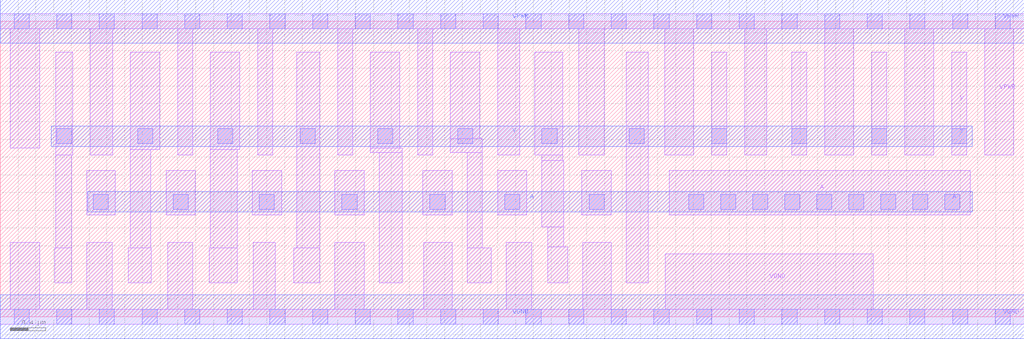
<source format=lef>
# Copyright 2020 The SkyWater PDK Authors
#
# Licensed under the Apache License, Version 2.0 (the "License");
# you may not use this file except in compliance with the License.
# You may obtain a copy of the License at
#
#     https://www.apache.org/licenses/LICENSE-2.0
#
# Unless required by applicable law or agreed to in writing, software
# distributed under the License is distributed on an "AS IS" BASIS,
# WITHOUT WARRANTIES OR CONDITIONS OF ANY KIND, either express or implied.
# See the License for the specific language governing permissions and
# limitations under the License.
#
# SPDX-License-Identifier: Apache-2.0

VERSION 5.7 ;
  NAMESCASESENSITIVE ON ;
  NOWIREEXTENSIONATPIN ON ;
  DIVIDERCHAR "/" ;
  BUSBITCHARS "[]" ;
UNITS
  DATABASE MICRONS 200 ;
END UNITS
MACRO sky130_fd_sc_ms__clkinv_16
  CLASS CORE ;
  SOURCE USER ;
  FOREIGN sky130_fd_sc_ms__clkinv_16 ;
  ORIGIN  0.000000  0.000000 ;
  SIZE  11.52000 BY  3.330000 ;
  SYMMETRY X Y ;
  SITE unit ;
  PIN A
    ANTENNAGATEAREA  5.846400 ;
    DIRECTION INPUT ;
    USE SIGNAL ;
    PORT
      LAYER li1 ;
        RECT 0.975000 1.150000  1.295000 1.650000 ;
        RECT 1.865000 1.150000  2.195000 1.650000 ;
        RECT 2.835000 1.150000  3.165000 1.650000 ;
        RECT 3.765000 1.150000  4.095000 1.650000 ;
        RECT 4.755000 1.150000  5.085000 1.650000 ;
        RECT 5.595000 1.150000  5.925000 1.650000 ;
        RECT 6.545000 1.150000  6.875000 1.650000 ;
        RECT 7.525000 1.150000 10.915000 1.650000 ;
      LAYER mcon ;
        RECT  1.045000 1.210000  1.215000 1.380000 ;
        RECT  1.945000 1.210000  2.115000 1.380000 ;
        RECT  2.915000 1.210000  3.085000 1.380000 ;
        RECT  3.845000 1.210000  4.015000 1.380000 ;
        RECT  4.835000 1.210000  5.005000 1.380000 ;
        RECT  5.675000 1.210000  5.845000 1.380000 ;
        RECT  6.625000 1.210000  6.795000 1.380000 ;
        RECT  7.745000 1.210000  7.915000 1.380000 ;
        RECT  8.105000 1.210000  8.275000 1.380000 ;
        RECT  8.465000 1.210000  8.635000 1.380000 ;
        RECT  8.825000 1.210000  8.995000 1.380000 ;
        RECT  9.185000 1.210000  9.355000 1.380000 ;
        RECT  9.545000 1.210000  9.715000 1.380000 ;
        RECT  9.905000 1.210000 10.075000 1.380000 ;
        RECT 10.265000 1.210000 10.435000 1.380000 ;
        RECT 10.625000 1.210000 10.795000 1.380000 ;
      LAYER met1 ;
        RECT 0.985000 1.180000 10.935000 1.410000 ;
    END
  END A
  PIN Y
    ANTENNADIFFAREA  4.636800 ;
    DIRECTION OUTPUT ;
    USE SIGNAL ;
    PORT
      LAYER li1 ;
        RECT  0.615000 0.380000  0.805000 0.775000 ;
        RECT  0.625000 0.775000  0.805000 1.820000 ;
        RECT  0.625000 1.820000  0.815000 2.980000 ;
        RECT  1.440000 0.380000  1.700000 0.775000 ;
        RECT  1.465000 0.775000  1.695000 1.885000 ;
        RECT  1.465000 1.885000  1.795000 2.980000 ;
        RECT  2.350000 0.380000  2.665000 0.775000 ;
        RECT  2.365000 0.775000  2.665000 1.885000 ;
        RECT  2.365000 1.885000  2.695000 2.980000 ;
        RECT  3.300000 0.380000  3.595000 0.775000 ;
        RECT  3.335000 0.775000  3.595000 2.980000 ;
        RECT  4.165000 1.850000  4.525000 1.900000 ;
        RECT  4.165000 1.900000  4.495000 2.980000 ;
        RECT  4.265000 0.380000  4.525000 1.850000 ;
        RECT  5.065000 1.850000  5.425000 2.010000 ;
        RECT  5.065000 2.010000  5.395000 2.980000 ;
        RECT  5.255000 0.380000  5.525000 0.775000 ;
        RECT  5.255000 0.775000  5.425000 1.850000 ;
        RECT  6.015000 1.820000  6.330000 2.980000 ;
        RECT  6.095000 1.010000  6.340000 1.760000 ;
        RECT  6.095000 1.760000  6.330000 1.820000 ;
        RECT  6.160000 0.380000  6.385000 0.785000 ;
        RECT  6.160000 0.785000  6.340000 1.010000 ;
        RECT  7.045000 0.380000  7.290000 2.980000 ;
        RECT  8.005000 1.820000  8.175000 2.980000 ;
        RECT  8.905000 1.820000  9.075000 2.980000 ;
        RECT  9.805000 1.820000  9.975000 2.980000 ;
        RECT 10.705000 1.820000 10.875000 2.980000 ;
      LAYER mcon ;
        RECT  0.635000 1.950000  0.805000 2.120000 ;
        RECT  1.545000 1.950000  1.715000 2.120000 ;
        RECT  2.445000 1.950000  2.615000 2.120000 ;
        RECT  3.375000 1.950000  3.545000 2.120000 ;
        RECT  4.245000 1.950000  4.415000 2.120000 ;
        RECT  5.145000 1.950000  5.315000 2.120000 ;
        RECT  6.095000 1.950000  6.265000 2.120000 ;
        RECT  7.075000 1.950000  7.245000 2.120000 ;
        RECT  8.005000 1.950000  8.175000 2.120000 ;
        RECT  8.905000 1.950000  9.075000 2.120000 ;
        RECT  9.805000 1.950000  9.975000 2.120000 ;
        RECT 10.705000 1.950000 10.875000 2.120000 ;
      LAYER met1 ;
        RECT 0.575000 1.920000 10.935000 2.150000 ;
    END
  END Y
  PIN VGND
    DIRECTION INOUT ;
    USE GROUND ;
    PORT
      LAYER li1 ;
        RECT 0.000000 -0.085000 11.520000 0.085000 ;
        RECT 0.115000  0.085000  0.445000 0.840000 ;
        RECT 0.975000  0.085000  1.260000 0.840000 ;
        RECT 1.885000  0.085000  2.165000 0.840000 ;
        RECT 2.845000  0.085000  3.095000 0.840000 ;
        RECT 3.765000  0.085000  4.095000 0.840000 ;
        RECT 4.765000  0.085000  5.085000 0.840000 ;
        RECT 5.695000  0.085000  5.980000 0.840000 ;
        RECT 6.555000  0.085000  6.875000 0.840000 ;
        RECT 7.485000  0.085000  9.825000 0.710000 ;
      LAYER mcon ;
        RECT  0.155000 -0.085000  0.325000 0.085000 ;
        RECT  0.635000 -0.085000  0.805000 0.085000 ;
        RECT  1.115000 -0.085000  1.285000 0.085000 ;
        RECT  1.595000 -0.085000  1.765000 0.085000 ;
        RECT  2.075000 -0.085000  2.245000 0.085000 ;
        RECT  2.555000 -0.085000  2.725000 0.085000 ;
        RECT  3.035000 -0.085000  3.205000 0.085000 ;
        RECT  3.515000 -0.085000  3.685000 0.085000 ;
        RECT  3.995000 -0.085000  4.165000 0.085000 ;
        RECT  4.475000 -0.085000  4.645000 0.085000 ;
        RECT  4.955000 -0.085000  5.125000 0.085000 ;
        RECT  5.435000 -0.085000  5.605000 0.085000 ;
        RECT  5.915000 -0.085000  6.085000 0.085000 ;
        RECT  6.395000 -0.085000  6.565000 0.085000 ;
        RECT  6.875000 -0.085000  7.045000 0.085000 ;
        RECT  7.355000 -0.085000  7.525000 0.085000 ;
        RECT  7.835000 -0.085000  8.005000 0.085000 ;
        RECT  8.315000 -0.085000  8.485000 0.085000 ;
        RECT  8.795000 -0.085000  8.965000 0.085000 ;
        RECT  9.275000 -0.085000  9.445000 0.085000 ;
        RECT  9.755000 -0.085000  9.925000 0.085000 ;
        RECT 10.235000 -0.085000 10.405000 0.085000 ;
        RECT 10.715000 -0.085000 10.885000 0.085000 ;
        RECT 11.195000 -0.085000 11.365000 0.085000 ;
      LAYER met1 ;
        RECT 0.000000 -0.245000 11.520000 0.245000 ;
    END
  END VGND
  PIN VPWR
    DIRECTION INOUT ;
    USE POWER ;
    PORT
      LAYER li1 ;
        RECT  0.000000 3.245000 11.520000 3.415000 ;
        RECT  0.115000 1.900000  0.445000 3.245000 ;
        RECT  1.015000 1.820000  1.265000 3.245000 ;
        RECT  1.995000 1.820000  2.165000 3.245000 ;
        RECT  2.895000 1.820000  3.065000 3.245000 ;
        RECT  3.795000 1.820000  3.965000 3.245000 ;
        RECT  4.695000 1.820000  4.865000 3.245000 ;
        RECT  5.595000 1.820000  5.845000 3.245000 ;
        RECT  6.510000 1.820000  6.795000 3.245000 ;
        RECT  7.475000 1.820000  7.805000 3.245000 ;
        RECT  8.375000 1.820000  8.625000 3.245000 ;
        RECT  9.275000 1.820000  9.605000 3.245000 ;
        RECT 10.175000 1.820000 10.505000 3.245000 ;
        RECT 11.075000 1.820000 11.405000 3.245000 ;
      LAYER mcon ;
        RECT  0.155000 3.245000  0.325000 3.415000 ;
        RECT  0.635000 3.245000  0.805000 3.415000 ;
        RECT  1.115000 3.245000  1.285000 3.415000 ;
        RECT  1.595000 3.245000  1.765000 3.415000 ;
        RECT  2.075000 3.245000  2.245000 3.415000 ;
        RECT  2.555000 3.245000  2.725000 3.415000 ;
        RECT  3.035000 3.245000  3.205000 3.415000 ;
        RECT  3.515000 3.245000  3.685000 3.415000 ;
        RECT  3.995000 3.245000  4.165000 3.415000 ;
        RECT  4.475000 3.245000  4.645000 3.415000 ;
        RECT  4.955000 3.245000  5.125000 3.415000 ;
        RECT  5.435000 3.245000  5.605000 3.415000 ;
        RECT  5.915000 3.245000  6.085000 3.415000 ;
        RECT  6.395000 3.245000  6.565000 3.415000 ;
        RECT  6.875000 3.245000  7.045000 3.415000 ;
        RECT  7.355000 3.245000  7.525000 3.415000 ;
        RECT  7.835000 3.245000  8.005000 3.415000 ;
        RECT  8.315000 3.245000  8.485000 3.415000 ;
        RECT  8.795000 3.245000  8.965000 3.415000 ;
        RECT  9.275000 3.245000  9.445000 3.415000 ;
        RECT  9.755000 3.245000  9.925000 3.415000 ;
        RECT 10.235000 3.245000 10.405000 3.415000 ;
        RECT 10.715000 3.245000 10.885000 3.415000 ;
        RECT 11.195000 3.245000 11.365000 3.415000 ;
      LAYER met1 ;
        RECT 0.000000 3.085000 11.520000 3.575000 ;
    END
  END VPWR
END sky130_fd_sc_ms__clkinv_16

</source>
